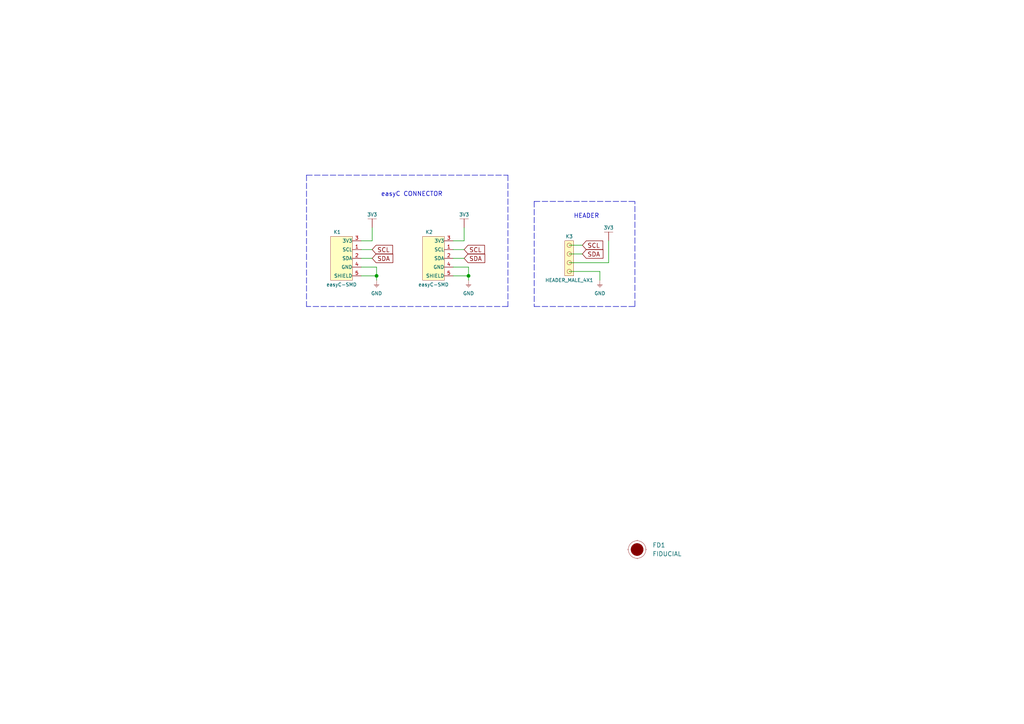
<source format=kicad_sch>
(kicad_sch (version 20210621) (generator eeschema)

  (uuid 2f563e81-2bf9-4358-b95e-32defb57c28f)

  (paper "A4")

  (title_block
    (title "easyC adapter")
    (date "2021-07-12")
    (rev "V1.1.1.")
    (company "SOLDERED")
    (comment 1 "333015")
  )

  (lib_symbols
    (symbol "e-radionica.com schematics:3V3" (power) (pin_names (offset 0)) (in_bom yes) (on_board yes)
      (property "Reference" "#PWR" (id 0) (at 4.445 0 0)
        (effects (font (size 1 1)) hide)
      )
      (property "Value" "3V3" (id 1) (at 0 3.556 0)
        (effects (font (size 1 1)))
      )
      (property "Footprint" "" (id 2) (at 4.445 3.81 0)
        (effects (font (size 1 1)) hide)
      )
      (property "Datasheet" "" (id 3) (at 4.445 3.81 0)
        (effects (font (size 1 1)) hide)
      )
      (property "ki_keywords" "power-flag" (id 4) (at 0 0 0)
        (effects (font (size 1.27 1.27)) hide)
      )
      (property "ki_description" "Power symbol creates a global label with name \"+3V3\"" (id 5) (at 0 0 0)
        (effects (font (size 1.27 1.27)) hide)
      )
      (symbol "3V3_0_1"
        (polyline
          (pts
            (xy -1.27 2.54)
            (xy 1.27 2.54)
          )
          (stroke (width 0.0006)) (fill (type none))
        )
        (polyline
          (pts
            (xy 0 0)
            (xy 0 2.54)
          )
          (stroke (width 0)) (fill (type none))
        )
      )
      (symbol "3V3_1_1"
        (pin power_in line (at 0 0 90) (length 0) hide
          (name "3V3" (effects (font (size 1.27 1.27))))
          (number "1" (effects (font (size 1.27 1.27))))
        )
      )
    )
    (symbol "e-radionica.com schematics:FIDUCIAL" (in_bom no) (on_board yes)
      (property "Reference" "FD" (id 0) (at 0 3.81 0)
        (effects (font (size 1.27 1.27)))
      )
      (property "Value" "FIDUCIAL" (id 1) (at 0 -3.81 0)
        (effects (font (size 1.27 1.27)))
      )
      (property "Footprint" "e-radionica.com footprinti:FIDUCIAL_23" (id 2) (at 0.254 -5.334 0)
        (effects (font (size 1.27 1.27)) hide)
      )
      (property "Datasheet" "" (id 3) (at 0 0 0)
        (effects (font (size 1.27 1.27)) hide)
      )
      (symbol "FIDUCIAL_0_1"
        (circle (center 0 0) (radius 2.54) (stroke (width 0.0006)) (fill (type none)))
        (circle (center 0 0) (radius 1.7961) (stroke (width 0.001)) (fill (type outline)))
        (polyline
          (pts
            (xy -2.54 0)
            (xy -2.794 0)
          )
          (stroke (width 0.0006)) (fill (type none))
        )
        (polyline
          (pts
            (xy 0 -2.54)
            (xy 0 -2.794)
          )
          (stroke (width 0.0006)) (fill (type none))
        )
        (polyline
          (pts
            (xy 0 2.54)
            (xy 0 2.794)
          )
          (stroke (width 0.0006)) (fill (type none))
        )
        (polyline
          (pts
            (xy 2.54 0)
            (xy 2.794 0)
          )
          (stroke (width 0.0006)) (fill (type none))
        )
      )
    )
    (symbol "e-radionica.com schematics:GND" (power) (pin_names (offset 0)) (in_bom yes) (on_board yes)
      (property "Reference" "#PWR" (id 0) (at 4.445 0 0)
        (effects (font (size 1 1)) hide)
      )
      (property "Value" "GND" (id 1) (at 0 -2.921 0)
        (effects (font (size 1 1)))
      )
      (property "Footprint" "" (id 2) (at 4.445 3.81 0)
        (effects (font (size 1 1)) hide)
      )
      (property "Datasheet" "" (id 3) (at 4.445 3.81 0)
        (effects (font (size 1 1)) hide)
      )
      (property "ki_keywords" "power-flag" (id 4) (at 0 0 0)
        (effects (font (size 1.27 1.27)) hide)
      )
      (property "ki_description" "Power symbol creates a global label with name \"+3V3\"" (id 5) (at 0 0 0)
        (effects (font (size 1.27 1.27)) hide)
      )
      (symbol "GND_0_1"
        (polyline
          (pts
            (xy -0.762 -1.27)
            (xy 0.762 -1.27)
          )
          (stroke (width 0.0006)) (fill (type none))
        )
        (polyline
          (pts
            (xy -0.635 -1.524)
            (xy 0.635 -1.524)
          )
          (stroke (width 0.0006)) (fill (type none))
        )
        (polyline
          (pts
            (xy -0.381 -1.778)
            (xy 0.381 -1.778)
          )
          (stroke (width 0.0006)) (fill (type none))
        )
        (polyline
          (pts
            (xy -0.127 -2.032)
            (xy 0.127 -2.032)
          )
          (stroke (width 0.0006)) (fill (type none))
        )
        (polyline
          (pts
            (xy 0 0)
            (xy 0 -1.27)
          )
          (stroke (width 0.0006)) (fill (type none))
        )
      )
      (symbol "GND_1_1"
        (pin power_in line (at 0 0 270) (length 0) hide
          (name "GND" (effects (font (size 1.27 1.27))))
          (number "1" (effects (font (size 1.27 1.27))))
        )
      )
    )
    (symbol "e-radionica.com schematics:HEADER_MALE_4X1" (pin_numbers hide) (pin_names hide) (in_bom yes) (on_board yes)
      (property "Reference" "K" (id 0) (at -0.635 7.62 0)
        (effects (font (size 1 1)))
      )
      (property "Value" "HEADER_MALE_4X1" (id 1) (at 0 -5.08 0)
        (effects (font (size 1 1)))
      )
      (property "Footprint" "e-radionica.com footprinti:HEADER_MALE_4X1" (id 2) (at 0 -2.54 0)
        (effects (font (size 1 1)) hide)
      )
      (property "Datasheet" "" (id 3) (at 0 -2.54 0)
        (effects (font (size 1 1)) hide)
      )
      (symbol "HEADER_MALE_4X1_0_1"
        (circle (center 0 -2.54) (radius 0.635) (stroke (width 0.0006)) (fill (type none)))
        (circle (center 0 0) (radius 0.635) (stroke (width 0.0006)) (fill (type none)))
        (circle (center 0 2.54) (radius 0.635) (stroke (width 0.0006)) (fill (type none)))
        (circle (center 0 5.08) (radius 0.635) (stroke (width 0.0006)) (fill (type none)))
        (rectangle (start 1.27 -3.81) (end -1.27 6.35)
          (stroke (width 0.001)) (fill (type background))
        )
      )
      (symbol "HEADER_MALE_4X1_1_1"
        (pin passive line (at 0 -2.54 180) (length 0)
          (name "~" (effects (font (size 1 1))))
          (number "1" (effects (font (size 1 1))))
        )
        (pin passive line (at 0 0 180) (length 0)
          (name "~" (effects (font (size 1 1))))
          (number "2" (effects (font (size 1 1))))
        )
        (pin passive line (at 0 2.54 180) (length 0)
          (name "~" (effects (font (size 1 1))))
          (number "3" (effects (font (size 1 1))))
        )
        (pin passive line (at 0 5.08 180) (length 0)
          (name "~" (effects (font (size 1 1))))
          (number "4" (effects (font (size 1 1))))
        )
      )
    )
    (symbol "e-radionica.com schematics:easyC-SMD" (pin_names (offset 0.002)) (in_bom yes) (on_board yes)
      (property "Reference" "K" (id 0) (at -2.54 10.16 0)
        (effects (font (size 1 1)))
      )
      (property "Value" "easyC-SMD" (id 1) (at 0 -5.08 0)
        (effects (font (size 1 1)))
      )
      (property "Footprint" "e-radionica.com footprinti:easyC-connector" (id 2) (at 3.175 2.54 0)
        (effects (font (size 1 1)) hide)
      )
      (property "Datasheet" "" (id 3) (at 3.175 2.54 0)
        (effects (font (size 1 1)) hide)
      )
      (symbol "easyC-SMD_0_1"
        (rectangle (start -3.175 8.89) (end 3.175 -3.81)
          (stroke (width 0.001)) (fill (type background))
        )
      )
      (symbol "easyC-SMD_1_1"
        (pin passive line (at 5.715 5.08 180) (length 2.54)
          (name "SCL" (effects (font (size 1 1))))
          (number "1" (effects (font (size 1 1))))
        )
        (pin passive line (at 5.715 2.54 180) (length 2.54)
          (name "SDA" (effects (font (size 1 1))))
          (number "2" (effects (font (size 1 1))))
        )
        (pin passive line (at 5.715 7.62 180) (length 2.54)
          (name "3V3" (effects (font (size 1 1))))
          (number "3" (effects (font (size 1 1))))
        )
        (pin passive line (at 5.715 0 180) (length 2.54)
          (name "GND" (effects (font (size 1 1))))
          (number "4" (effects (font (size 1 1))))
        )
        (pin passive line (at 5.715 -2.54 180) (length 2.54)
          (name "SHIELD" (effects (font (size 1 1))))
          (number "5" (effects (font (size 1 1))))
        )
      )
    )
  )

  (junction (at 109.22 80.01) (diameter 0.9144) (color 0 0 0 0))
  (junction (at 135.89 80.01) (diameter 0.9144) (color 0 0 0 0))

  (wire (pts (xy 104.775 69.85) (xy 107.95 69.85))
    (stroke (width 0) (type solid) (color 0 0 0 0))
    (uuid 4baa55a1-da54-40f5-97d3-8dc812680fc7)
  )
  (wire (pts (xy 104.775 72.39) (xy 107.95 72.39))
    (stroke (width 0) (type solid) (color 0 0 0 0))
    (uuid 96f38fe9-777a-4eb4-920d-2952f84f28f2)
  )
  (wire (pts (xy 104.775 74.93) (xy 107.95 74.93))
    (stroke (width 0) (type solid) (color 0 0 0 0))
    (uuid 370c624f-068f-42bd-b9d3-e3818128966c)
  )
  (wire (pts (xy 104.775 77.47) (xy 109.22 77.47))
    (stroke (width 0) (type solid) (color 0 0 0 0))
    (uuid 6de770fb-770a-41d6-80b0-ae62d784caf7)
  )
  (wire (pts (xy 104.775 80.01) (xy 109.22 80.01))
    (stroke (width 0) (type solid) (color 0 0 0 0))
    (uuid 5a5fe354-a6af-4eaf-bdfc-7b1f5a84bbff)
  )
  (wire (pts (xy 107.95 69.85) (xy 107.95 66.04))
    (stroke (width 0) (type solid) (color 0 0 0 0))
    (uuid 4baa55a1-da54-40f5-97d3-8dc812680fc7)
  )
  (wire (pts (xy 109.22 77.47) (xy 109.22 80.01))
    (stroke (width 0) (type solid) (color 0 0 0 0))
    (uuid 6de770fb-770a-41d6-80b0-ae62d784caf7)
  )
  (wire (pts (xy 109.22 80.01) (xy 109.22 81.28))
    (stroke (width 0) (type solid) (color 0 0 0 0))
    (uuid 6de770fb-770a-41d6-80b0-ae62d784caf7)
  )
  (wire (pts (xy 131.445 69.85) (xy 134.62 69.85))
    (stroke (width 0) (type solid) (color 0 0 0 0))
    (uuid 867f2773-2cfd-4274-a21e-35101551b8b2)
  )
  (wire (pts (xy 131.445 72.39) (xy 134.62 72.39))
    (stroke (width 0) (type solid) (color 0 0 0 0))
    (uuid b438339c-7986-4760-bcc5-93847e0d538b)
  )
  (wire (pts (xy 131.445 74.93) (xy 134.62 74.93))
    (stroke (width 0) (type solid) (color 0 0 0 0))
    (uuid 49cbb1fe-2425-49c2-869c-360e94b0fe60)
  )
  (wire (pts (xy 131.445 77.47) (xy 135.89 77.47))
    (stroke (width 0) (type solid) (color 0 0 0 0))
    (uuid 2aa0c900-bd5e-4b8e-bd2b-05d28c2e8dd4)
  )
  (wire (pts (xy 131.445 80.01) (xy 135.89 80.01))
    (stroke (width 0) (type solid) (color 0 0 0 0))
    (uuid c8974da3-4136-4e0e-a7d4-46b194a752af)
  )
  (wire (pts (xy 134.62 69.85) (xy 134.62 66.04))
    (stroke (width 0) (type solid) (color 0 0 0 0))
    (uuid 367b33df-4205-458f-ab05-de54c5d97755)
  )
  (wire (pts (xy 135.89 77.47) (xy 135.89 80.01))
    (stroke (width 0) (type solid) (color 0 0 0 0))
    (uuid 7c8c5d38-712c-46eb-9014-baea21dbc41a)
  )
  (wire (pts (xy 135.89 80.01) (xy 135.89 81.28))
    (stroke (width 0) (type solid) (color 0 0 0 0))
    (uuid d9c3d546-a8fb-45c0-8691-61e9091ff113)
  )
  (wire (pts (xy 165.1 71.12) (xy 168.91 71.12))
    (stroke (width 0) (type solid) (color 0 0 0 0))
    (uuid 51b71d69-e554-4d74-baba-27fc5293db6d)
  )
  (wire (pts (xy 165.1 73.66) (xy 168.91 73.66))
    (stroke (width 0) (type solid) (color 0 0 0 0))
    (uuid f5c24581-472c-41bd-b3c0-23bde12a515f)
  )
  (wire (pts (xy 165.1 76.2) (xy 176.53 76.2))
    (stroke (width 0) (type solid) (color 0 0 0 0))
    (uuid c62e1659-e28a-489b-9de3-ce5a7d160e9f)
  )
  (wire (pts (xy 165.1 78.74) (xy 173.99 78.74))
    (stroke (width 0) (type solid) (color 0 0 0 0))
    (uuid db707703-11ac-4e40-bc4e-5fffcee7d06f)
  )
  (wire (pts (xy 173.99 78.74) (xy 173.99 81.28))
    (stroke (width 0) (type solid) (color 0 0 0 0))
    (uuid db707703-11ac-4e40-bc4e-5fffcee7d06f)
  )
  (wire (pts (xy 176.53 76.2) (xy 176.53 69.85))
    (stroke (width 0) (type solid) (color 0 0 0 0))
    (uuid c62e1659-e28a-489b-9de3-ce5a7d160e9f)
  )
  (polyline (pts (xy 88.9 50.8) (xy 88.9 88.9))
    (stroke (width 0) (type dash) (color 0 0 0 0))
    (uuid d92b961b-2210-41fc-85bb-ab3096b86f7e)
  )
  (polyline (pts (xy 88.9 50.8) (xy 147.32 50.8))
    (stroke (width 0) (type dash) (color 0 0 0 0))
    (uuid d92b961b-2210-41fc-85bb-ab3096b86f7e)
  )
  (polyline (pts (xy 147.32 50.8) (xy 147.32 88.9))
    (stroke (width 0) (type dash) (color 0 0 0 0))
    (uuid d92b961b-2210-41fc-85bb-ab3096b86f7e)
  )
  (polyline (pts (xy 147.32 88.9) (xy 88.9 88.9))
    (stroke (width 0) (type dash) (color 0 0 0 0))
    (uuid d92b961b-2210-41fc-85bb-ab3096b86f7e)
  )
  (polyline (pts (xy 154.94 58.42) (xy 154.94 88.9))
    (stroke (width 0) (type dash) (color 0 0 0 0))
    (uuid 4946d2f5-1ff8-4efe-aa52-5b87824408df)
  )
  (polyline (pts (xy 154.94 58.42) (xy 184.15 58.42))
    (stroke (width 0) (type dash) (color 0 0 0 0))
    (uuid 4946d2f5-1ff8-4efe-aa52-5b87824408df)
  )
  (polyline (pts (xy 154.94 88.9) (xy 184.15 88.9))
    (stroke (width 0) (type dash) (color 0 0 0 0))
    (uuid 4946d2f5-1ff8-4efe-aa52-5b87824408df)
  )
  (polyline (pts (xy 184.15 88.9) (xy 184.15 58.42))
    (stroke (width 0) (type dash) (color 0 0 0 0))
    (uuid 4946d2f5-1ff8-4efe-aa52-5b87824408df)
  )

  (text "easyC CONNECTOR" (at 110.49 57.15 0)
    (effects (font (size 1.27 1.27)) (justify left bottom))
    (uuid b195d6cc-6315-4ab0-aa9f-3a5a275621bc)
  )
  (text "HEADER\n" (at 166.37 63.5 0)
    (effects (font (size 1.27 1.27)) (justify left bottom))
    (uuid c7620f7e-52b2-4252-ba50-15a1dc82f2ed)
  )

  (global_label "SCL" (shape input) (at 107.95 72.39 0)
    (effects (font (size 1.27 1.27)) (justify left))
    (uuid f2609f1e-15a3-4601-9d25-69b912d29976)
    (property "Intersheet References" "${INTERSHEET_REFS}" (id 0) (at 115.3947 72.3106 0)
      (effects (font (size 1.27 1.27)) (justify left) hide)
    )
  )
  (global_label "SDA" (shape input) (at 107.95 74.93 0)
    (effects (font (size 1.27 1.27)) (justify left))
    (uuid d3426a15-0eca-43ae-80f7-9b59163e0d88)
    (property "Intersheet References" "${INTERSHEET_REFS}" (id 0) (at 115.4552 74.8506 0)
      (effects (font (size 1.27 1.27)) (justify left) hide)
    )
  )
  (global_label "SCL" (shape input) (at 134.62 72.39 0)
    (effects (font (size 1.27 1.27)) (justify left))
    (uuid 26b6c6f1-e0fc-44b3-8b74-c218f6052120)
    (property "Intersheet References" "${INTERSHEET_REFS}" (id 0) (at 142.0647 72.3106 0)
      (effects (font (size 1.27 1.27)) (justify left) hide)
    )
  )
  (global_label "SDA" (shape input) (at 134.62 74.93 0)
    (effects (font (size 1.27 1.27)) (justify left))
    (uuid c9d1c685-6a1f-4afd-9bee-b617c4556eed)
    (property "Intersheet References" "${INTERSHEET_REFS}" (id 0) (at 142.1252 74.8506 0)
      (effects (font (size 1.27 1.27)) (justify left) hide)
    )
  )
  (global_label "SCL" (shape input) (at 168.91 71.12 0)
    (effects (font (size 1.27 1.27)) (justify left))
    (uuid d88d46ee-522a-4050-b0f8-8279a0a32a1d)
    (property "Intersheet References" "${INTERSHEET_REFS}" (id 0) (at 176.3547 71.0406 0)
      (effects (font (size 1.27 1.27)) (justify left) hide)
    )
  )
  (global_label "SDA" (shape input) (at 168.91 73.66 0)
    (effects (font (size 1.27 1.27)) (justify left))
    (uuid dda745c9-761b-46f8-ab76-9f08588f7fe4)
    (property "Intersheet References" "${INTERSHEET_REFS}" (id 0) (at 176.4152 73.5806 0)
      (effects (font (size 1.27 1.27)) (justify left) hide)
    )
  )

  (symbol (lib_id "e-radionica.com schematics:GND") (at 109.22 81.28 0) (unit 1)
    (in_bom yes) (on_board yes)
    (uuid de8b85d1-5132-4bd8-896e-187eea75d2c2)
    (property "Reference" "#PWR02" (id 0) (at 113.665 81.28 0)
      (effects (font (size 1 1)) hide)
    )
    (property "Value" "GND" (id 1) (at 109.22 85.09 0)
      (effects (font (size 1 1)))
    )
    (property "Footprint" "" (id 2) (at 113.665 77.47 0)
      (effects (font (size 1 1)) hide)
    )
    (property "Datasheet" "" (id 3) (at 113.665 77.47 0)
      (effects (font (size 1 1)) hide)
    )
    (pin "1" (uuid d55d3acf-c4bd-46ba-b588-98d8253841c4))
  )

  (symbol (lib_id "e-radionica.com schematics:GND") (at 135.89 81.28 0) (unit 1)
    (in_bom yes) (on_board yes)
    (uuid 0fac5564-7340-44f0-a262-4303dddf3e4e)
    (property "Reference" "#PWR04" (id 0) (at 140.335 81.28 0)
      (effects (font (size 1 1)) hide)
    )
    (property "Value" "GND" (id 1) (at 135.89 85.09 0)
      (effects (font (size 1 1)))
    )
    (property "Footprint" "" (id 2) (at 140.335 77.47 0)
      (effects (font (size 1 1)) hide)
    )
    (property "Datasheet" "" (id 3) (at 140.335 77.47 0)
      (effects (font (size 1 1)) hide)
    )
    (pin "1" (uuid d55d3acf-c4bd-46ba-b588-98d8253841c4))
  )

  (symbol (lib_id "e-radionica.com schematics:GND") (at 173.99 81.28 0) (unit 1)
    (in_bom yes) (on_board yes)
    (uuid 246894bf-379b-4e53-9cae-3d4ea5373ad2)
    (property "Reference" "#PWR05" (id 0) (at 178.435 81.28 0)
      (effects (font (size 1 1)) hide)
    )
    (property "Value" "GND" (id 1) (at 173.99 85.09 0)
      (effects (font (size 1 1)))
    )
    (property "Footprint" "" (id 2) (at 178.435 77.47 0)
      (effects (font (size 1 1)) hide)
    )
    (property "Datasheet" "" (id 3) (at 178.435 77.47 0)
      (effects (font (size 1 1)) hide)
    )
    (pin "1" (uuid d55d3acf-c4bd-46ba-b588-98d8253841c4))
  )

  (symbol (lib_id "e-radionica.com schematics:3V3") (at 107.95 66.04 0) (unit 1)
    (in_bom yes) (on_board yes)
    (uuid 1d54fcd6-cfec-46fc-87af-fe3e20337d18)
    (property "Reference" "#PWR01" (id 0) (at 112.395 66.04 0)
      (effects (font (size 1 1)) hide)
    )
    (property "Value" "3V3" (id 1) (at 107.95 62.23 0)
      (effects (font (size 1 1)))
    )
    (property "Footprint" "" (id 2) (at 112.395 62.23 0)
      (effects (font (size 1 1)) hide)
    )
    (property "Datasheet" "" (id 3) (at 112.395 62.23 0)
      (effects (font (size 1 1)) hide)
    )
    (pin "1" (uuid 886f9952-db5c-4a49-8191-2c0ccc02cffb))
  )

  (symbol (lib_id "e-radionica.com schematics:3V3") (at 134.62 66.04 0) (unit 1)
    (in_bom yes) (on_board yes)
    (uuid 28227d51-ed90-45ed-985a-16e35fce0f77)
    (property "Reference" "#PWR03" (id 0) (at 139.065 66.04 0)
      (effects (font (size 1 1)) hide)
    )
    (property "Value" "3V3" (id 1) (at 134.62 62.23 0)
      (effects (font (size 1 1)))
    )
    (property "Footprint" "" (id 2) (at 139.065 62.23 0)
      (effects (font (size 1 1)) hide)
    )
    (property "Datasheet" "" (id 3) (at 139.065 62.23 0)
      (effects (font (size 1 1)) hide)
    )
    (pin "1" (uuid 886f9952-db5c-4a49-8191-2c0ccc02cffb))
  )

  (symbol (lib_id "e-radionica.com schematics:3V3") (at 176.53 69.85 0) (unit 1)
    (in_bom yes) (on_board yes)
    (uuid ff23e31f-48c1-42ed-928f-d2cdea758aa3)
    (property "Reference" "#PWR06" (id 0) (at 180.975 69.85 0)
      (effects (font (size 1 1)) hide)
    )
    (property "Value" "3V3" (id 1) (at 176.53 66.04 0)
      (effects (font (size 1 1)))
    )
    (property "Footprint" "" (id 2) (at 180.975 66.04 0)
      (effects (font (size 1 1)) hide)
    )
    (property "Datasheet" "" (id 3) (at 180.975 66.04 0)
      (effects (font (size 1 1)) hide)
    )
    (pin "1" (uuid 886f9952-db5c-4a49-8191-2c0ccc02cffb))
  )

  (symbol (lib_id "e-radionica.com schematics:HEADER_MALE_4X1") (at 165.1 76.2 0) (unit 1)
    (in_bom yes) (on_board yes)
    (uuid 66a95c07-8a23-4e36-b9b3-043e6f36ff34)
    (property "Reference" "K3" (id 0) (at 165.1 68.58 0)
      (effects (font (size 1 1)))
    )
    (property "Value" "HEADER_MALE_4X1" (id 1) (at 165.1 81.28 0)
      (effects (font (size 1 1)))
    )
    (property "Footprint" "e-radionica.com footprinti:HEADER_MALE_4X1" (id 2) (at 165.1 78.74 0)
      (effects (font (size 1 1)) hide)
    )
    (property "Datasheet" "" (id 3) (at 165.1 78.74 0)
      (effects (font (size 1 1)) hide)
    )
    (pin "1" (uuid 5de968e5-8931-47f5-bd1b-0fd8d105f670))
    (pin "2" (uuid e9ba3354-91d9-4a43-a30f-d6ca147b2efb))
    (pin "3" (uuid 8b498d40-3d4e-4856-b52b-3d812bad7bd3))
    (pin "4" (uuid 5ade4660-8afa-43e2-8d60-2b3b7b715227))
  )

  (symbol (lib_id "e-radionica.com schematics:FIDUCIAL") (at 184.785 159.385 0) (unit 1)
    (in_bom no) (on_board yes) (fields_autoplaced)
    (uuid f2ae5e01-3dc8-48b6-8878-ce34dc3df0d0)
    (property "Reference" "FD1" (id 0) (at 189.23 158.1149 0)
      (effects (font (size 1.27 1.27)) (justify left))
    )
    (property "Value" "FIDUCIAL" (id 1) (at 189.23 160.6549 0)
      (effects (font (size 1.27 1.27)) (justify left))
    )
    (property "Footprint" "e-radionica.com footprinti:FIDUCIAL_23" (id 2) (at 185.039 164.719 0)
      (effects (font (size 1.27 1.27)) hide)
    )
    (property "Datasheet" "" (id 3) (at 184.785 159.385 0)
      (effects (font (size 1.27 1.27)) hide)
    )
  )

  (symbol (lib_id "e-radionica.com schematics:easyC-SMD") (at 99.06 77.47 0) (unit 1)
    (in_bom yes) (on_board yes)
    (uuid 783c6344-8355-48f5-bac0-53338a3a630e)
    (property "Reference" "K1" (id 0) (at 97.79 67.31 0)
      (effects (font (size 1 1)))
    )
    (property "Value" "easyC-SMD" (id 1) (at 99.06 82.55 0)
      (effects (font (size 1 1)))
    )
    (property "Footprint" "e-radionica.com footprinti:easyC-connector" (id 2) (at 102.235 74.93 0)
      (effects (font (size 1 1)) hide)
    )
    (property "Datasheet" "" (id 3) (at 102.235 74.93 0)
      (effects (font (size 1 1)) hide)
    )
    (pin "1" (uuid 8880ab93-43f7-4201-8865-4b92049f1766))
    (pin "2" (uuid dcb9a7f0-fd75-4968-8721-e17e526a58af))
    (pin "3" (uuid 5d9e9fb6-42ad-480d-97e1-357d00235a1b))
    (pin "4" (uuid b399f10b-c7ca-4d05-b6b2-00c8f8776f0b))
    (pin "5" (uuid 5f3c8f68-f076-4706-af4d-7334dcc8edb7))
  )

  (symbol (lib_id "e-radionica.com schematics:easyC-SMD") (at 125.73 77.47 0) (unit 1)
    (in_bom yes) (on_board yes)
    (uuid efbd84ff-0874-463f-966a-e0ec4df09b00)
    (property "Reference" "K2" (id 0) (at 124.46 67.31 0)
      (effects (font (size 1 1)))
    )
    (property "Value" "easyC-SMD" (id 1) (at 125.73 82.55 0)
      (effects (font (size 1 1)))
    )
    (property "Footprint" "e-radionica.com footprinti:easyC-connector" (id 2) (at 128.905 74.93 0)
      (effects (font (size 1 1)) hide)
    )
    (property "Datasheet" "" (id 3) (at 128.905 74.93 0)
      (effects (font (size 1 1)) hide)
    )
    (pin "1" (uuid 8880ab93-43f7-4201-8865-4b92049f1766))
    (pin "2" (uuid dcb9a7f0-fd75-4968-8721-e17e526a58af))
    (pin "3" (uuid 5d9e9fb6-42ad-480d-97e1-357d00235a1b))
    (pin "4" (uuid b399f10b-c7ca-4d05-b6b2-00c8f8776f0b))
    (pin "5" (uuid 5f3c8f68-f076-4706-af4d-7334dcc8edb7))
  )

  (sheet_instances
    (path "/" (page "1"))
  )

  (symbol_instances
    (path "/1d54fcd6-cfec-46fc-87af-fe3e20337d18"
      (reference "#PWR01") (unit 1) (value "3V3") (footprint "")
    )
    (path "/de8b85d1-5132-4bd8-896e-187eea75d2c2"
      (reference "#PWR02") (unit 1) (value "GND") (footprint "")
    )
    (path "/28227d51-ed90-45ed-985a-16e35fce0f77"
      (reference "#PWR03") (unit 1) (value "3V3") (footprint "")
    )
    (path "/0fac5564-7340-44f0-a262-4303dddf3e4e"
      (reference "#PWR04") (unit 1) (value "GND") (footprint "")
    )
    (path "/246894bf-379b-4e53-9cae-3d4ea5373ad2"
      (reference "#PWR05") (unit 1) (value "GND") (footprint "")
    )
    (path "/ff23e31f-48c1-42ed-928f-d2cdea758aa3"
      (reference "#PWR06") (unit 1) (value "3V3") (footprint "")
    )
    (path "/f2ae5e01-3dc8-48b6-8878-ce34dc3df0d0"
      (reference "FD1") (unit 1) (value "FIDUCIAL") (footprint "e-radionica.com footprinti:FIDUCIAL_23")
    )
    (path "/783c6344-8355-48f5-bac0-53338a3a630e"
      (reference "K1") (unit 1) (value "easyC-SMD") (footprint "e-radionica.com footprinti:easyC-connector")
    )
    (path "/efbd84ff-0874-463f-966a-e0ec4df09b00"
      (reference "K2") (unit 1) (value "easyC-SMD") (footprint "e-radionica.com footprinti:easyC-connector")
    )
    (path "/66a95c07-8a23-4e36-b9b3-043e6f36ff34"
      (reference "K3") (unit 1) (value "HEADER_MALE_4X1") (footprint "e-radionica.com footprinti:HEADER_MALE_4X1")
    )
  )
)

</source>
